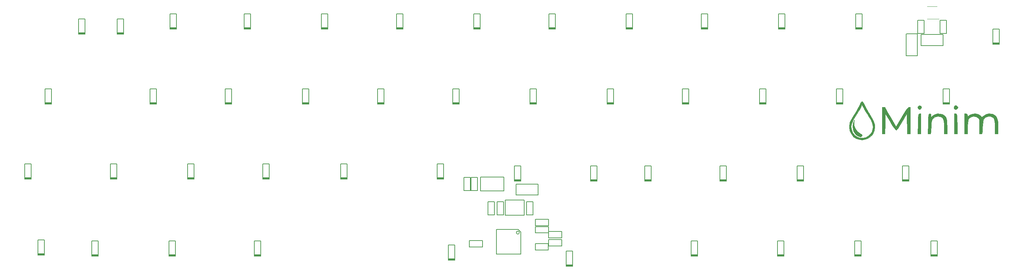
<source format=gto>
G04 #@! TF.GenerationSoftware,KiCad,Pcbnew,(5.1.4-0-10_14)*
G04 #@! TF.CreationDate,2019-09-30T11:55:43+02:00*
G04 #@! TF.ProjectId,minivan-clone,6d696e69-7661-46e2-9d63-6c6f6e652e6b,rev?*
G04 #@! TF.SameCoordinates,Original*
G04 #@! TF.FileFunction,Legend,Top*
G04 #@! TF.FilePolarity,Positive*
%FSLAX46Y46*%
G04 Gerber Fmt 4.6, Leading zero omitted, Abs format (unit mm)*
G04 Created by KiCad (PCBNEW (5.1.4-0-10_14)) date 2019-09-30 11:55:43*
%MOMM*%
%LPD*%
G04 APERTURE LIST*
%ADD10C,0.160000*%
%ADD11C,0.010000*%
%ADD12C,0.200000*%
%ADD13C,0.120000*%
G04 APERTURE END LIST*
D10*
X136106000Y-144394000D02*
X137706000Y-144394000D01*
X136106000Y-144344000D02*
X137706000Y-144344000D01*
X136106000Y-144294000D02*
X137706000Y-144294000D01*
X136106000Y-144244000D02*
X137706000Y-144244000D01*
X136106000Y-141244000D02*
X136106000Y-140744000D01*
X137706000Y-141244000D02*
X137706000Y-140744000D01*
X137706000Y-144544000D02*
X137706000Y-141144000D01*
X136106000Y-140744000D02*
X137706000Y-140744000D01*
X136106000Y-143644000D02*
X136106000Y-144544000D01*
X136106000Y-141244000D02*
X136106000Y-143644000D01*
X136106000Y-144544000D02*
X137706000Y-144544000D01*
X145758000Y-144394000D02*
X147358000Y-144394000D01*
X145758000Y-144344000D02*
X147358000Y-144344000D01*
X145758000Y-144294000D02*
X147358000Y-144294000D01*
X145758000Y-144244000D02*
X147358000Y-144244000D01*
X145758000Y-141244000D02*
X145758000Y-140744000D01*
X147358000Y-141244000D02*
X147358000Y-140744000D01*
X147358000Y-144544000D02*
X147358000Y-141144000D01*
X145758000Y-140744000D02*
X147358000Y-140744000D01*
X145758000Y-143644000D02*
X145758000Y-144544000D01*
X145758000Y-141244000D02*
X145758000Y-143644000D01*
X145758000Y-144544000D02*
X147358000Y-144544000D01*
X158966000Y-143124000D02*
X160566000Y-143124000D01*
X158966000Y-143074000D02*
X160566000Y-143074000D01*
X158966000Y-143024000D02*
X160566000Y-143024000D01*
X158966000Y-142974000D02*
X160566000Y-142974000D01*
X158966000Y-139974000D02*
X158966000Y-139474000D01*
X160566000Y-139974000D02*
X160566000Y-139474000D01*
X160566000Y-143274000D02*
X160566000Y-139874000D01*
X158966000Y-139474000D02*
X160566000Y-139474000D01*
X158966000Y-142374000D02*
X158966000Y-143274000D01*
X158966000Y-139974000D02*
X158966000Y-142374000D01*
X158966000Y-143274000D02*
X160566000Y-143274000D01*
X177508000Y-143124000D02*
X179108000Y-143124000D01*
X177508000Y-143074000D02*
X179108000Y-143074000D01*
X177508000Y-143024000D02*
X179108000Y-143024000D01*
X177508000Y-142974000D02*
X179108000Y-142974000D01*
X177508000Y-139974000D02*
X177508000Y-139474000D01*
X179108000Y-139974000D02*
X179108000Y-139474000D01*
X179108000Y-143274000D02*
X179108000Y-139874000D01*
X177508000Y-139474000D02*
X179108000Y-139474000D01*
X177508000Y-142374000D02*
X177508000Y-143274000D01*
X177508000Y-139974000D02*
X177508000Y-142374000D01*
X177508000Y-143274000D02*
X179108000Y-143274000D01*
X196812000Y-143124000D02*
X198412000Y-143124000D01*
X196812000Y-143074000D02*
X198412000Y-143074000D01*
X196812000Y-143024000D02*
X198412000Y-143024000D01*
X196812000Y-142974000D02*
X198412000Y-142974000D01*
X196812000Y-139974000D02*
X196812000Y-139474000D01*
X198412000Y-139974000D02*
X198412000Y-139474000D01*
X198412000Y-143274000D02*
X198412000Y-139874000D01*
X196812000Y-139474000D02*
X198412000Y-139474000D01*
X196812000Y-142374000D02*
X196812000Y-143274000D01*
X196812000Y-139974000D02*
X196812000Y-142374000D01*
X196812000Y-143274000D02*
X198412000Y-143274000D01*
X215608000Y-143124000D02*
X217208000Y-143124000D01*
X215608000Y-143074000D02*
X217208000Y-143074000D01*
X215608000Y-143024000D02*
X217208000Y-143024000D01*
X215608000Y-142974000D02*
X217208000Y-142974000D01*
X215608000Y-139974000D02*
X215608000Y-139474000D01*
X217208000Y-139974000D02*
X217208000Y-139474000D01*
X217208000Y-143274000D02*
X217208000Y-139874000D01*
X215608000Y-139474000D02*
X217208000Y-139474000D01*
X215608000Y-142374000D02*
X215608000Y-143274000D01*
X215608000Y-139974000D02*
X215608000Y-142374000D01*
X215608000Y-143274000D02*
X217208000Y-143274000D01*
X234912000Y-143124000D02*
X236512000Y-143124000D01*
X234912000Y-143074000D02*
X236512000Y-143074000D01*
X234912000Y-143024000D02*
X236512000Y-143024000D01*
X234912000Y-142974000D02*
X236512000Y-142974000D01*
X234912000Y-139974000D02*
X234912000Y-139474000D01*
X236512000Y-139974000D02*
X236512000Y-139474000D01*
X236512000Y-143274000D02*
X236512000Y-139874000D01*
X234912000Y-139474000D02*
X236512000Y-139474000D01*
X234912000Y-142374000D02*
X234912000Y-143274000D01*
X234912000Y-139974000D02*
X234912000Y-142374000D01*
X234912000Y-143274000D02*
X236512000Y-143274000D01*
X253708000Y-143124000D02*
X255308000Y-143124000D01*
X253708000Y-143074000D02*
X255308000Y-143074000D01*
X253708000Y-143024000D02*
X255308000Y-143024000D01*
X253708000Y-142974000D02*
X255308000Y-142974000D01*
X253708000Y-139974000D02*
X253708000Y-139474000D01*
X255308000Y-139974000D02*
X255308000Y-139474000D01*
X255308000Y-143274000D02*
X255308000Y-139874000D01*
X253708000Y-139474000D02*
X255308000Y-139474000D01*
X253708000Y-142374000D02*
X253708000Y-143274000D01*
X253708000Y-139974000D02*
X253708000Y-142374000D01*
X253708000Y-143274000D02*
X255308000Y-143274000D01*
X273012000Y-143124000D02*
X274612000Y-143124000D01*
X273012000Y-143074000D02*
X274612000Y-143074000D01*
X273012000Y-143024000D02*
X274612000Y-143024000D01*
X273012000Y-142974000D02*
X274612000Y-142974000D01*
X273012000Y-139974000D02*
X273012000Y-139474000D01*
X274612000Y-139974000D02*
X274612000Y-139474000D01*
X274612000Y-143274000D02*
X274612000Y-139874000D01*
X273012000Y-139474000D02*
X274612000Y-139474000D01*
X273012000Y-142374000D02*
X273012000Y-143274000D01*
X273012000Y-139974000D02*
X273012000Y-142374000D01*
X273012000Y-143274000D02*
X274612000Y-143274000D01*
X291808000Y-143124000D02*
X293408000Y-143124000D01*
X291808000Y-143074000D02*
X293408000Y-143074000D01*
X291808000Y-143024000D02*
X293408000Y-143024000D01*
X291808000Y-142974000D02*
X293408000Y-142974000D01*
X291808000Y-139974000D02*
X291808000Y-139474000D01*
X293408000Y-139974000D02*
X293408000Y-139474000D01*
X293408000Y-143274000D02*
X293408000Y-139874000D01*
X291808000Y-139474000D02*
X293408000Y-139474000D01*
X291808000Y-142374000D02*
X291808000Y-143274000D01*
X291808000Y-139974000D02*
X291808000Y-142374000D01*
X291808000Y-143274000D02*
X293408000Y-143274000D01*
X311112000Y-143124000D02*
X312712000Y-143124000D01*
X311112000Y-143074000D02*
X312712000Y-143074000D01*
X311112000Y-143024000D02*
X312712000Y-143024000D01*
X311112000Y-142974000D02*
X312712000Y-142974000D01*
X311112000Y-139974000D02*
X311112000Y-139474000D01*
X312712000Y-139974000D02*
X312712000Y-139474000D01*
X312712000Y-143274000D02*
X312712000Y-139874000D01*
X311112000Y-139474000D02*
X312712000Y-139474000D01*
X311112000Y-142374000D02*
X311112000Y-143274000D01*
X311112000Y-139974000D02*
X311112000Y-142374000D01*
X311112000Y-143274000D02*
X312712000Y-143274000D01*
X330416000Y-143124000D02*
X332016000Y-143124000D01*
X330416000Y-143074000D02*
X332016000Y-143074000D01*
X330416000Y-143024000D02*
X332016000Y-143024000D01*
X330416000Y-142974000D02*
X332016000Y-142974000D01*
X330416000Y-139974000D02*
X330416000Y-139474000D01*
X332016000Y-139974000D02*
X332016000Y-139474000D01*
X332016000Y-143274000D02*
X332016000Y-139874000D01*
X330416000Y-139474000D02*
X332016000Y-139474000D01*
X330416000Y-142374000D02*
X330416000Y-143274000D01*
X330416000Y-139974000D02*
X330416000Y-142374000D01*
X330416000Y-143274000D02*
X332016000Y-143274000D01*
X364706000Y-146934000D02*
X366306000Y-146934000D01*
X364706000Y-146884000D02*
X366306000Y-146884000D01*
X364706000Y-146834000D02*
X366306000Y-146834000D01*
X364706000Y-146784000D02*
X366306000Y-146784000D01*
X364706000Y-143784000D02*
X364706000Y-143284000D01*
X366306000Y-143784000D02*
X366306000Y-143284000D01*
X366306000Y-147084000D02*
X366306000Y-143684000D01*
X364706000Y-143284000D02*
X366306000Y-143284000D01*
X364706000Y-146184000D02*
X364706000Y-147084000D01*
X364706000Y-143784000D02*
X364706000Y-146184000D01*
X364706000Y-147084000D02*
X366306000Y-147084000D01*
X127724000Y-161920000D02*
X129324000Y-161920000D01*
X127724000Y-161870000D02*
X129324000Y-161870000D01*
X127724000Y-161820000D02*
X129324000Y-161820000D01*
X127724000Y-161770000D02*
X129324000Y-161770000D01*
X127724000Y-158770000D02*
X127724000Y-158270000D01*
X129324000Y-158770000D02*
X129324000Y-158270000D01*
X129324000Y-162070000D02*
X129324000Y-158670000D01*
X127724000Y-158270000D02*
X129324000Y-158270000D01*
X127724000Y-161170000D02*
X127724000Y-162070000D01*
X127724000Y-158770000D02*
X127724000Y-161170000D01*
X127724000Y-162070000D02*
X129324000Y-162070000D01*
X154013000Y-161920000D02*
X155613000Y-161920000D01*
X154013000Y-161870000D02*
X155613000Y-161870000D01*
X154013000Y-161820000D02*
X155613000Y-161820000D01*
X154013000Y-161770000D02*
X155613000Y-161770000D01*
X154013000Y-158770000D02*
X154013000Y-158270000D01*
X155613000Y-158770000D02*
X155613000Y-158270000D01*
X155613000Y-162070000D02*
X155613000Y-158670000D01*
X154013000Y-158270000D02*
X155613000Y-158270000D01*
X154013000Y-161170000D02*
X154013000Y-162070000D01*
X154013000Y-158770000D02*
X154013000Y-161170000D01*
X154013000Y-162070000D02*
X155613000Y-162070000D01*
X172809000Y-161920000D02*
X174409000Y-161920000D01*
X172809000Y-161870000D02*
X174409000Y-161870000D01*
X172809000Y-161820000D02*
X174409000Y-161820000D01*
X172809000Y-161770000D02*
X174409000Y-161770000D01*
X172809000Y-158770000D02*
X172809000Y-158270000D01*
X174409000Y-158770000D02*
X174409000Y-158270000D01*
X174409000Y-162070000D02*
X174409000Y-158670000D01*
X172809000Y-158270000D02*
X174409000Y-158270000D01*
X172809000Y-161170000D02*
X172809000Y-162070000D01*
X172809000Y-158770000D02*
X172809000Y-161170000D01*
X172809000Y-162070000D02*
X174409000Y-162070000D01*
X192113000Y-161920000D02*
X193713000Y-161920000D01*
X192113000Y-161870000D02*
X193713000Y-161870000D01*
X192113000Y-161820000D02*
X193713000Y-161820000D01*
X192113000Y-161770000D02*
X193713000Y-161770000D01*
X192113000Y-158770000D02*
X192113000Y-158270000D01*
X193713000Y-158770000D02*
X193713000Y-158270000D01*
X193713000Y-162070000D02*
X193713000Y-158670000D01*
X192113000Y-158270000D02*
X193713000Y-158270000D01*
X192113000Y-161170000D02*
X192113000Y-162070000D01*
X192113000Y-158770000D02*
X192113000Y-161170000D01*
X192113000Y-162070000D02*
X193713000Y-162070000D01*
X210909000Y-161920000D02*
X212509000Y-161920000D01*
X210909000Y-161870000D02*
X212509000Y-161870000D01*
X210909000Y-161820000D02*
X212509000Y-161820000D01*
X210909000Y-161770000D02*
X212509000Y-161770000D01*
X210909000Y-158770000D02*
X210909000Y-158270000D01*
X212509000Y-158770000D02*
X212509000Y-158270000D01*
X212509000Y-162070000D02*
X212509000Y-158670000D01*
X210909000Y-158270000D02*
X212509000Y-158270000D01*
X210909000Y-161170000D02*
X210909000Y-162070000D01*
X210909000Y-158770000D02*
X210909000Y-161170000D01*
X210909000Y-162070000D02*
X212509000Y-162070000D01*
X229705000Y-161920000D02*
X231305000Y-161920000D01*
X229705000Y-161870000D02*
X231305000Y-161870000D01*
X229705000Y-161820000D02*
X231305000Y-161820000D01*
X229705000Y-161770000D02*
X231305000Y-161770000D01*
X229705000Y-158770000D02*
X229705000Y-158270000D01*
X231305000Y-158770000D02*
X231305000Y-158270000D01*
X231305000Y-162070000D02*
X231305000Y-158670000D01*
X229705000Y-158270000D02*
X231305000Y-158270000D01*
X229705000Y-161170000D02*
X229705000Y-162070000D01*
X229705000Y-158770000D02*
X229705000Y-161170000D01*
X229705000Y-162070000D02*
X231305000Y-162070000D01*
X249009000Y-161920000D02*
X250609000Y-161920000D01*
X249009000Y-161870000D02*
X250609000Y-161870000D01*
X249009000Y-161820000D02*
X250609000Y-161820000D01*
X249009000Y-161770000D02*
X250609000Y-161770000D01*
X249009000Y-158770000D02*
X249009000Y-158270000D01*
X250609000Y-158770000D02*
X250609000Y-158270000D01*
X250609000Y-162070000D02*
X250609000Y-158670000D01*
X249009000Y-158270000D02*
X250609000Y-158270000D01*
X249009000Y-161170000D02*
X249009000Y-162070000D01*
X249009000Y-158770000D02*
X249009000Y-161170000D01*
X249009000Y-162070000D02*
X250609000Y-162070000D01*
X268313000Y-161920000D02*
X269913000Y-161920000D01*
X268313000Y-161870000D02*
X269913000Y-161870000D01*
X268313000Y-161820000D02*
X269913000Y-161820000D01*
X268313000Y-161770000D02*
X269913000Y-161770000D01*
X268313000Y-158770000D02*
X268313000Y-158270000D01*
X269913000Y-158770000D02*
X269913000Y-158270000D01*
X269913000Y-162070000D02*
X269913000Y-158670000D01*
X268313000Y-158270000D02*
X269913000Y-158270000D01*
X268313000Y-161170000D02*
X268313000Y-162070000D01*
X268313000Y-158770000D02*
X268313000Y-161170000D01*
X268313000Y-162070000D02*
X269913000Y-162070000D01*
X287109000Y-161920000D02*
X288709000Y-161920000D01*
X287109000Y-161870000D02*
X288709000Y-161870000D01*
X287109000Y-161820000D02*
X288709000Y-161820000D01*
X287109000Y-161770000D02*
X288709000Y-161770000D01*
X287109000Y-158770000D02*
X287109000Y-158270000D01*
X288709000Y-158770000D02*
X288709000Y-158270000D01*
X288709000Y-162070000D02*
X288709000Y-158670000D01*
X287109000Y-158270000D02*
X288709000Y-158270000D01*
X287109000Y-161170000D02*
X287109000Y-162070000D01*
X287109000Y-158770000D02*
X287109000Y-161170000D01*
X287109000Y-162070000D02*
X288709000Y-162070000D01*
X306413000Y-161920000D02*
X308013000Y-161920000D01*
X306413000Y-161870000D02*
X308013000Y-161870000D01*
X306413000Y-161820000D02*
X308013000Y-161820000D01*
X306413000Y-161770000D02*
X308013000Y-161770000D01*
X306413000Y-158770000D02*
X306413000Y-158270000D01*
X308013000Y-158770000D02*
X308013000Y-158270000D01*
X308013000Y-162070000D02*
X308013000Y-158670000D01*
X306413000Y-158270000D02*
X308013000Y-158270000D01*
X306413000Y-161170000D02*
X306413000Y-162070000D01*
X306413000Y-158770000D02*
X306413000Y-161170000D01*
X306413000Y-162070000D02*
X308013000Y-162070000D01*
X325590000Y-161920000D02*
X327190000Y-161920000D01*
X325590000Y-161870000D02*
X327190000Y-161870000D01*
X325590000Y-161820000D02*
X327190000Y-161820000D01*
X325590000Y-161770000D02*
X327190000Y-161770000D01*
X325590000Y-158770000D02*
X325590000Y-158270000D01*
X327190000Y-158770000D02*
X327190000Y-158270000D01*
X327190000Y-162070000D02*
X327190000Y-158670000D01*
X325590000Y-158270000D02*
X327190000Y-158270000D01*
X325590000Y-161170000D02*
X325590000Y-162070000D01*
X325590000Y-158770000D02*
X325590000Y-161170000D01*
X325590000Y-162070000D02*
X327190000Y-162070000D01*
X352260000Y-161920000D02*
X353860000Y-161920000D01*
X352260000Y-161870000D02*
X353860000Y-161870000D01*
X352260000Y-161820000D02*
X353860000Y-161820000D01*
X352260000Y-161770000D02*
X353860000Y-161770000D01*
X352260000Y-158770000D02*
X352260000Y-158270000D01*
X353860000Y-158770000D02*
X353860000Y-158270000D01*
X353860000Y-162070000D02*
X353860000Y-158670000D01*
X352260000Y-158270000D02*
X353860000Y-158270000D01*
X352260000Y-161170000D02*
X352260000Y-162070000D01*
X352260000Y-158770000D02*
X352260000Y-161170000D01*
X352260000Y-162070000D02*
X353860000Y-162070000D01*
X122644000Y-180716000D02*
X124244000Y-180716000D01*
X122644000Y-180666000D02*
X124244000Y-180666000D01*
X122644000Y-180616000D02*
X124244000Y-180616000D01*
X122644000Y-180566000D02*
X124244000Y-180566000D01*
X122644000Y-177566000D02*
X122644000Y-177066000D01*
X124244000Y-177566000D02*
X124244000Y-177066000D01*
X124244000Y-180866000D02*
X124244000Y-177466000D01*
X122644000Y-177066000D02*
X124244000Y-177066000D01*
X122644000Y-179966000D02*
X122644000Y-180866000D01*
X122644000Y-177566000D02*
X122644000Y-179966000D01*
X122644000Y-180866000D02*
X124244000Y-180866000D01*
X144107000Y-180716000D02*
X145707000Y-180716000D01*
X144107000Y-180666000D02*
X145707000Y-180666000D01*
X144107000Y-180616000D02*
X145707000Y-180616000D01*
X144107000Y-180566000D02*
X145707000Y-180566000D01*
X144107000Y-177566000D02*
X144107000Y-177066000D01*
X145707000Y-177566000D02*
X145707000Y-177066000D01*
X145707000Y-180866000D02*
X145707000Y-177466000D01*
X144107000Y-177066000D02*
X145707000Y-177066000D01*
X144107000Y-179966000D02*
X144107000Y-180866000D01*
X144107000Y-177566000D02*
X144107000Y-179966000D01*
X144107000Y-180866000D02*
X145707000Y-180866000D01*
X163411000Y-180716000D02*
X165011000Y-180716000D01*
X163411000Y-180666000D02*
X165011000Y-180666000D01*
X163411000Y-180616000D02*
X165011000Y-180616000D01*
X163411000Y-180566000D02*
X165011000Y-180566000D01*
X163411000Y-177566000D02*
X163411000Y-177066000D01*
X165011000Y-177566000D02*
X165011000Y-177066000D01*
X165011000Y-180866000D02*
X165011000Y-177466000D01*
X163411000Y-177066000D02*
X165011000Y-177066000D01*
X163411000Y-179966000D02*
X163411000Y-180866000D01*
X163411000Y-177566000D02*
X163411000Y-179966000D01*
X163411000Y-180866000D02*
X165011000Y-180866000D01*
X182207000Y-180716000D02*
X183807000Y-180716000D01*
X182207000Y-180666000D02*
X183807000Y-180666000D01*
X182207000Y-180616000D02*
X183807000Y-180616000D01*
X182207000Y-180566000D02*
X183807000Y-180566000D01*
X182207000Y-177566000D02*
X182207000Y-177066000D01*
X183807000Y-177566000D02*
X183807000Y-177066000D01*
X183807000Y-180866000D02*
X183807000Y-177466000D01*
X182207000Y-177066000D02*
X183807000Y-177066000D01*
X182207000Y-179966000D02*
X182207000Y-180866000D01*
X182207000Y-177566000D02*
X182207000Y-179966000D01*
X182207000Y-180866000D02*
X183807000Y-180866000D01*
X201638000Y-180716000D02*
X203238000Y-180716000D01*
X201638000Y-180666000D02*
X203238000Y-180666000D01*
X201638000Y-180616000D02*
X203238000Y-180616000D01*
X201638000Y-180566000D02*
X203238000Y-180566000D01*
X201638000Y-177566000D02*
X201638000Y-177066000D01*
X203238000Y-177566000D02*
X203238000Y-177066000D01*
X203238000Y-180866000D02*
X203238000Y-177466000D01*
X201638000Y-177066000D02*
X203238000Y-177066000D01*
X201638000Y-179966000D02*
X201638000Y-180866000D01*
X201638000Y-177566000D02*
X201638000Y-179966000D01*
X201638000Y-180866000D02*
X203238000Y-180866000D01*
X225768000Y-180716000D02*
X227368000Y-180716000D01*
X225768000Y-180666000D02*
X227368000Y-180666000D01*
X225768000Y-180616000D02*
X227368000Y-180616000D01*
X225768000Y-180566000D02*
X227368000Y-180566000D01*
X225768000Y-177566000D02*
X225768000Y-177066000D01*
X227368000Y-177566000D02*
X227368000Y-177066000D01*
X227368000Y-180866000D02*
X227368000Y-177466000D01*
X225768000Y-177066000D02*
X227368000Y-177066000D01*
X225768000Y-179966000D02*
X225768000Y-180866000D01*
X225768000Y-177566000D02*
X225768000Y-179966000D01*
X225768000Y-180866000D02*
X227368000Y-180866000D01*
X245072000Y-181224000D02*
X246672000Y-181224000D01*
X245072000Y-181174000D02*
X246672000Y-181174000D01*
X245072000Y-181124000D02*
X246672000Y-181124000D01*
X245072000Y-181074000D02*
X246672000Y-181074000D01*
X245072000Y-178074000D02*
X245072000Y-177574000D01*
X246672000Y-178074000D02*
X246672000Y-177574000D01*
X246672000Y-181374000D02*
X246672000Y-177974000D01*
X245072000Y-177574000D02*
X246672000Y-177574000D01*
X245072000Y-180474000D02*
X245072000Y-181374000D01*
X245072000Y-178074000D02*
X245072000Y-180474000D01*
X245072000Y-181374000D02*
X246672000Y-181374000D01*
X264122000Y-181224000D02*
X265722000Y-181224000D01*
X264122000Y-181174000D02*
X265722000Y-181174000D01*
X264122000Y-181124000D02*
X265722000Y-181124000D01*
X264122000Y-181074000D02*
X265722000Y-181074000D01*
X264122000Y-178074000D02*
X264122000Y-177574000D01*
X265722000Y-178074000D02*
X265722000Y-177574000D01*
X265722000Y-181374000D02*
X265722000Y-177974000D01*
X264122000Y-177574000D02*
X265722000Y-177574000D01*
X264122000Y-180474000D02*
X264122000Y-181374000D01*
X264122000Y-178074000D02*
X264122000Y-180474000D01*
X264122000Y-181374000D02*
X265722000Y-181374000D01*
X277711000Y-181224000D02*
X279311000Y-181224000D01*
X277711000Y-181174000D02*
X279311000Y-181174000D01*
X277711000Y-181124000D02*
X279311000Y-181124000D01*
X277711000Y-181074000D02*
X279311000Y-181074000D01*
X277711000Y-178074000D02*
X277711000Y-177574000D01*
X279311000Y-178074000D02*
X279311000Y-177574000D01*
X279311000Y-181374000D02*
X279311000Y-177974000D01*
X277711000Y-177574000D02*
X279311000Y-177574000D01*
X277711000Y-180474000D02*
X277711000Y-181374000D01*
X277711000Y-178074000D02*
X277711000Y-180474000D01*
X277711000Y-181374000D02*
X279311000Y-181374000D01*
X296507000Y-181224000D02*
X298107000Y-181224000D01*
X296507000Y-181174000D02*
X298107000Y-181174000D01*
X296507000Y-181124000D02*
X298107000Y-181124000D01*
X296507000Y-181074000D02*
X298107000Y-181074000D01*
X296507000Y-178074000D02*
X296507000Y-177574000D01*
X298107000Y-178074000D02*
X298107000Y-177574000D01*
X298107000Y-181374000D02*
X298107000Y-177974000D01*
X296507000Y-177574000D02*
X298107000Y-177574000D01*
X296507000Y-180474000D02*
X296507000Y-181374000D01*
X296507000Y-178074000D02*
X296507000Y-180474000D01*
X296507000Y-181374000D02*
X298107000Y-181374000D01*
X315811000Y-181224000D02*
X317411000Y-181224000D01*
X315811000Y-181174000D02*
X317411000Y-181174000D01*
X315811000Y-181124000D02*
X317411000Y-181124000D01*
X315811000Y-181074000D02*
X317411000Y-181074000D01*
X315811000Y-178074000D02*
X315811000Y-177574000D01*
X317411000Y-178074000D02*
X317411000Y-177574000D01*
X317411000Y-181374000D02*
X317411000Y-177974000D01*
X315811000Y-177574000D02*
X317411000Y-177574000D01*
X315811000Y-180474000D02*
X315811000Y-181374000D01*
X315811000Y-178074000D02*
X315811000Y-180474000D01*
X315811000Y-181374000D02*
X317411000Y-181374000D01*
X342100000Y-181224000D02*
X343700000Y-181224000D01*
X342100000Y-181174000D02*
X343700000Y-181174000D01*
X342100000Y-181124000D02*
X343700000Y-181124000D01*
X342100000Y-181074000D02*
X343700000Y-181074000D01*
X342100000Y-178074000D02*
X342100000Y-177574000D01*
X343700000Y-178074000D02*
X343700000Y-177574000D01*
X343700000Y-181374000D02*
X343700000Y-177974000D01*
X342100000Y-177574000D02*
X343700000Y-177574000D01*
X342100000Y-180474000D02*
X342100000Y-181374000D01*
X342100000Y-178074000D02*
X342100000Y-180474000D01*
X342100000Y-181374000D02*
X343700000Y-181374000D01*
X125946000Y-199766000D02*
X127546000Y-199766000D01*
X125946000Y-199716000D02*
X127546000Y-199716000D01*
X125946000Y-199666000D02*
X127546000Y-199666000D01*
X125946000Y-199616000D02*
X127546000Y-199616000D01*
X125946000Y-196616000D02*
X125946000Y-196116000D01*
X127546000Y-196616000D02*
X127546000Y-196116000D01*
X127546000Y-199916000D02*
X127546000Y-196516000D01*
X125946000Y-196116000D02*
X127546000Y-196116000D01*
X125946000Y-199016000D02*
X125946000Y-199916000D01*
X125946000Y-196616000D02*
X125946000Y-199016000D01*
X125946000Y-199916000D02*
X127546000Y-199916000D01*
X139408000Y-200020000D02*
X141008000Y-200020000D01*
X139408000Y-199970000D02*
X141008000Y-199970000D01*
X139408000Y-199920000D02*
X141008000Y-199920000D01*
X139408000Y-199870000D02*
X141008000Y-199870000D01*
X139408000Y-196870000D02*
X139408000Y-196370000D01*
X141008000Y-196870000D02*
X141008000Y-196370000D01*
X141008000Y-200170000D02*
X141008000Y-196770000D01*
X139408000Y-196370000D02*
X141008000Y-196370000D01*
X139408000Y-199270000D02*
X139408000Y-200170000D01*
X139408000Y-196870000D02*
X139408000Y-199270000D01*
X139408000Y-200170000D02*
X141008000Y-200170000D01*
X158712000Y-200020000D02*
X160312000Y-200020000D01*
X158712000Y-199970000D02*
X160312000Y-199970000D01*
X158712000Y-199920000D02*
X160312000Y-199920000D01*
X158712000Y-199870000D02*
X160312000Y-199870000D01*
X158712000Y-196870000D02*
X158712000Y-196370000D01*
X160312000Y-196870000D02*
X160312000Y-196370000D01*
X160312000Y-200170000D02*
X160312000Y-196770000D01*
X158712000Y-196370000D02*
X160312000Y-196370000D01*
X158712000Y-199270000D02*
X158712000Y-200170000D01*
X158712000Y-196870000D02*
X158712000Y-199270000D01*
X158712000Y-200170000D02*
X160312000Y-200170000D01*
X180048000Y-200020000D02*
X181648000Y-200020000D01*
X180048000Y-199970000D02*
X181648000Y-199970000D01*
X180048000Y-199920000D02*
X181648000Y-199920000D01*
X180048000Y-199870000D02*
X181648000Y-199870000D01*
X180048000Y-196870000D02*
X180048000Y-196370000D01*
X181648000Y-196870000D02*
X181648000Y-196370000D01*
X181648000Y-200170000D02*
X181648000Y-196770000D01*
X180048000Y-196370000D02*
X181648000Y-196370000D01*
X180048000Y-199270000D02*
X180048000Y-200170000D01*
X180048000Y-196870000D02*
X180048000Y-199270000D01*
X180048000Y-200170000D02*
X181648000Y-200170000D01*
X228562000Y-201036000D02*
X230162000Y-201036000D01*
X228562000Y-200986000D02*
X230162000Y-200986000D01*
X228562000Y-200936000D02*
X230162000Y-200936000D01*
X228562000Y-200886000D02*
X230162000Y-200886000D01*
X228562000Y-197886000D02*
X228562000Y-197386000D01*
X230162000Y-197886000D02*
X230162000Y-197386000D01*
X230162000Y-201186000D02*
X230162000Y-197786000D01*
X228562000Y-197386000D02*
X230162000Y-197386000D01*
X228562000Y-200286000D02*
X228562000Y-201186000D01*
X228562000Y-197886000D02*
X228562000Y-200286000D01*
X228562000Y-201186000D02*
X230162000Y-201186000D01*
X258026000Y-202560000D02*
X259626000Y-202560000D01*
X258026000Y-202510000D02*
X259626000Y-202510000D01*
X258026000Y-202460000D02*
X259626000Y-202460000D01*
X258026000Y-202410000D02*
X259626000Y-202410000D01*
X258026000Y-199410000D02*
X258026000Y-198910000D01*
X259626000Y-199410000D02*
X259626000Y-198910000D01*
X259626000Y-202710000D02*
X259626000Y-199310000D01*
X258026000Y-198910000D02*
X259626000Y-198910000D01*
X258026000Y-201810000D02*
X258026000Y-202710000D01*
X258026000Y-199410000D02*
X258026000Y-201810000D01*
X258026000Y-202710000D02*
X259626000Y-202710000D01*
X289268000Y-200020000D02*
X290868000Y-200020000D01*
X289268000Y-199970000D02*
X290868000Y-199970000D01*
X289268000Y-199920000D02*
X290868000Y-199920000D01*
X289268000Y-199870000D02*
X290868000Y-199870000D01*
X289268000Y-196870000D02*
X289268000Y-196370000D01*
X290868000Y-196870000D02*
X290868000Y-196370000D01*
X290868000Y-200170000D02*
X290868000Y-196770000D01*
X289268000Y-196370000D02*
X290868000Y-196370000D01*
X289268000Y-199270000D02*
X289268000Y-200170000D01*
X289268000Y-196870000D02*
X289268000Y-199270000D01*
X289268000Y-200170000D02*
X290868000Y-200170000D01*
X310858000Y-200020000D02*
X312458000Y-200020000D01*
X310858000Y-199970000D02*
X312458000Y-199970000D01*
X310858000Y-199920000D02*
X312458000Y-199920000D01*
X310858000Y-199870000D02*
X312458000Y-199870000D01*
X310858000Y-196870000D02*
X310858000Y-196370000D01*
X312458000Y-196870000D02*
X312458000Y-196370000D01*
X312458000Y-200170000D02*
X312458000Y-196770000D01*
X310858000Y-196370000D02*
X312458000Y-196370000D01*
X310858000Y-199270000D02*
X310858000Y-200170000D01*
X310858000Y-196870000D02*
X310858000Y-199270000D01*
X310858000Y-200170000D02*
X312458000Y-200170000D01*
X330162000Y-200020000D02*
X331762000Y-200020000D01*
X330162000Y-199970000D02*
X331762000Y-199970000D01*
X330162000Y-199920000D02*
X331762000Y-199920000D01*
X330162000Y-199870000D02*
X331762000Y-199870000D01*
X330162000Y-196870000D02*
X330162000Y-196370000D01*
X331762000Y-196870000D02*
X331762000Y-196370000D01*
X331762000Y-200170000D02*
X331762000Y-196770000D01*
X330162000Y-196370000D02*
X331762000Y-196370000D01*
X330162000Y-199270000D02*
X330162000Y-200170000D01*
X330162000Y-196870000D02*
X330162000Y-199270000D01*
X330162000Y-200170000D02*
X331762000Y-200170000D01*
X349212000Y-200020000D02*
X350812000Y-200020000D01*
X349212000Y-199970000D02*
X350812000Y-199970000D01*
X349212000Y-199920000D02*
X350812000Y-199920000D01*
X349212000Y-199870000D02*
X350812000Y-199870000D01*
X349212000Y-196870000D02*
X349212000Y-196370000D01*
X350812000Y-196870000D02*
X350812000Y-196370000D01*
X350812000Y-200170000D02*
X350812000Y-196770000D01*
X349212000Y-196370000D02*
X350812000Y-196370000D01*
X349212000Y-199270000D02*
X349212000Y-200170000D01*
X349212000Y-196870000D02*
X349212000Y-199270000D01*
X349212000Y-200170000D02*
X350812000Y-200170000D01*
D11*
G36*
X330028309Y-166569633D02*
G01*
X330037870Y-167436690D01*
X330314043Y-168245268D01*
X330824644Y-168932868D01*
X331493566Y-169415082D01*
X331915419Y-169694150D01*
X332041313Y-169950571D01*
X332038459Y-169971207D01*
X331867949Y-170196963D01*
X331524428Y-170259386D01*
X331085078Y-170158535D01*
X330730795Y-169970169D01*
X330324055Y-169601206D01*
X329975914Y-169136855D01*
X329931959Y-169057403D01*
X329724212Y-168432247D01*
X329648712Y-167700014D01*
X329707975Y-166988350D01*
X329880862Y-166466734D01*
X330109464Y-166041294D01*
X330028309Y-166569633D01*
X330028309Y-166569633D01*
G37*
X330028309Y-166569633D02*
X330037870Y-167436690D01*
X330314043Y-168245268D01*
X330824644Y-168932868D01*
X331493566Y-169415082D01*
X331915419Y-169694150D01*
X332041313Y-169950571D01*
X332038459Y-169971207D01*
X331867949Y-170196963D01*
X331524428Y-170259386D01*
X331085078Y-170158535D01*
X330730795Y-169970169D01*
X330324055Y-169601206D01*
X329975914Y-169136855D01*
X329931959Y-169057403D01*
X329724212Y-168432247D01*
X329648712Y-167700014D01*
X329707975Y-166988350D01*
X329880862Y-166466734D01*
X330109464Y-166041294D01*
X330028309Y-166569633D01*
G36*
X355537697Y-162467637D02*
G01*
X355755453Y-162594059D01*
X355953273Y-162810531D01*
X355902998Y-163048575D01*
X355883564Y-163081661D01*
X355621681Y-163323902D01*
X355303301Y-163399885D01*
X355043057Y-163295563D01*
X354977906Y-163192642D01*
X354975608Y-162850304D01*
X355151410Y-162534943D01*
X355317893Y-162424938D01*
X355537697Y-162467637D01*
X355537697Y-162467637D01*
G37*
X355537697Y-162467637D02*
X355755453Y-162594059D01*
X355953273Y-162810531D01*
X355902998Y-163048575D01*
X355883564Y-163081661D01*
X355621681Y-163323902D01*
X355303301Y-163399885D01*
X355043057Y-163295563D01*
X354977906Y-163192642D01*
X354975608Y-162850304D01*
X355151410Y-162534943D01*
X355317893Y-162424938D01*
X355537697Y-162467637D01*
G36*
X346532417Y-162473871D02*
G01*
X346661442Y-162551819D01*
X346817123Y-162833049D01*
X346829269Y-163039985D01*
X346669688Y-163304304D01*
X346372179Y-163401754D01*
X346063580Y-163304007D01*
X345984642Y-163228619D01*
X345876128Y-162923112D01*
X345983458Y-162643280D01*
X346228323Y-162467431D01*
X346532417Y-162473871D01*
X346532417Y-162473871D01*
G37*
X346532417Y-162473871D02*
X346661442Y-162551819D01*
X346817123Y-162833049D01*
X346829269Y-163039985D01*
X346669688Y-163304304D01*
X346372179Y-163401754D01*
X346063580Y-163304007D01*
X345984642Y-163228619D01*
X345876128Y-162923112D01*
X345983458Y-162643280D01*
X346228323Y-162467431D01*
X346532417Y-162473871D01*
G36*
X357953235Y-164499432D02*
G01*
X358255267Y-164668747D01*
X358335766Y-164872742D01*
X358382120Y-165198307D01*
X358916910Y-164835389D01*
X359599803Y-164533146D01*
X360332875Y-164476906D01*
X361033873Y-164659025D01*
X361620544Y-165071862D01*
X361635771Y-165088003D01*
X361947885Y-165423018D01*
X362285119Y-165115827D01*
X362975855Y-164663584D01*
X363736616Y-164467561D01*
X364502864Y-164535685D01*
X365059285Y-164775125D01*
X365421707Y-165055909D01*
X365680212Y-165419926D01*
X365849809Y-165916742D01*
X365945508Y-166595923D01*
X365982315Y-167507035D01*
X365984118Y-167829437D01*
X365984118Y-169552471D01*
X365237059Y-169552471D01*
X365237059Y-167918668D01*
X365222977Y-167019898D01*
X365170201Y-166367592D01*
X365062937Y-165910272D01*
X364885389Y-165596458D01*
X364621764Y-165374670D01*
X364423869Y-165268235D01*
X364008857Y-165114421D01*
X363630113Y-165116312D01*
X363316378Y-165195384D01*
X362881125Y-165369348D01*
X362568211Y-165621638D01*
X362356158Y-166000479D01*
X362223487Y-166554099D01*
X362148719Y-167330724D01*
X362124454Y-167871589D01*
X362097388Y-168598697D01*
X362066902Y-169078510D01*
X362020320Y-169362411D01*
X361944963Y-169501783D01*
X361828155Y-169548013D01*
X361709757Y-169552471D01*
X361352353Y-169552471D01*
X361352353Y-167710868D01*
X361348825Y-166934389D01*
X361332062Y-166398298D01*
X361292799Y-166044190D01*
X361221768Y-165813657D01*
X361109703Y-165648290D01*
X361008994Y-165546697D01*
X360448257Y-165204078D01*
X359821446Y-165145746D01*
X359262667Y-165325727D01*
X358901451Y-165552739D01*
X358650269Y-165836709D01*
X358490331Y-166232578D01*
X358402842Y-166795285D01*
X358369013Y-167579769D01*
X358366320Y-167946294D01*
X358364118Y-169552471D01*
X357617059Y-169552471D01*
X357617059Y-164451687D01*
X357953235Y-164499432D01*
X357953235Y-164499432D01*
G37*
X357953235Y-164499432D02*
X358255267Y-164668747D01*
X358335766Y-164872742D01*
X358382120Y-165198307D01*
X358916910Y-164835389D01*
X359599803Y-164533146D01*
X360332875Y-164476906D01*
X361033873Y-164659025D01*
X361620544Y-165071862D01*
X361635771Y-165088003D01*
X361947885Y-165423018D01*
X362285119Y-165115827D01*
X362975855Y-164663584D01*
X363736616Y-164467561D01*
X364502864Y-164535685D01*
X365059285Y-164775125D01*
X365421707Y-165055909D01*
X365680212Y-165419926D01*
X365849809Y-165916742D01*
X365945508Y-166595923D01*
X365982315Y-167507035D01*
X365984118Y-167829437D01*
X365984118Y-169552471D01*
X365237059Y-169552471D01*
X365237059Y-167918668D01*
X365222977Y-167019898D01*
X365170201Y-166367592D01*
X365062937Y-165910272D01*
X364885389Y-165596458D01*
X364621764Y-165374670D01*
X364423869Y-165268235D01*
X364008857Y-165114421D01*
X363630113Y-165116312D01*
X363316378Y-165195384D01*
X362881125Y-165369348D01*
X362568211Y-165621638D01*
X362356158Y-166000479D01*
X362223487Y-166554099D01*
X362148719Y-167330724D01*
X362124454Y-167871589D01*
X362097388Y-168598697D01*
X362066902Y-169078510D01*
X362020320Y-169362411D01*
X361944963Y-169501783D01*
X361828155Y-169548013D01*
X361709757Y-169552471D01*
X361352353Y-169552471D01*
X361352353Y-167710868D01*
X361348825Y-166934389D01*
X361332062Y-166398298D01*
X361292799Y-166044190D01*
X361221768Y-165813657D01*
X361109703Y-165648290D01*
X361008994Y-165546697D01*
X360448257Y-165204078D01*
X359821446Y-165145746D01*
X359262667Y-165325727D01*
X358901451Y-165552739D01*
X358650269Y-165836709D01*
X358490331Y-166232578D01*
X358402842Y-166795285D01*
X358369013Y-167579769D01*
X358366320Y-167946294D01*
X358364118Y-169552471D01*
X357617059Y-169552471D01*
X357617059Y-164451687D01*
X357953235Y-164499432D01*
G36*
X355413235Y-164499432D02*
G01*
X355536555Y-164526114D01*
X355626150Y-164594380D01*
X355688373Y-164747185D01*
X355729577Y-165027487D01*
X355756113Y-165478242D01*
X355774334Y-166142408D01*
X355790377Y-167049824D01*
X355831343Y-169552471D01*
X355077059Y-169552471D01*
X355077059Y-164451687D01*
X355413235Y-164499432D01*
X355413235Y-164499432D01*
G37*
X355413235Y-164499432D02*
X355536555Y-164526114D01*
X355626150Y-164594380D01*
X355688373Y-164747185D01*
X355729577Y-165027487D01*
X355756113Y-165478242D01*
X355774334Y-166142408D01*
X355790377Y-167049824D01*
X355831343Y-169552471D01*
X355077059Y-169552471D01*
X355077059Y-164451687D01*
X355413235Y-164499432D01*
G36*
X351549744Y-164508129D02*
G01*
X352224634Y-164722705D01*
X352770742Y-165127409D01*
X352915479Y-165311204D01*
X353042183Y-165546860D01*
X353131616Y-165852503D01*
X353192506Y-166287332D01*
X353233577Y-166910542D01*
X353259848Y-167647471D01*
X353314127Y-169552471D01*
X352537059Y-169552471D01*
X352537059Y-167901522D01*
X352515722Y-166967933D01*
X352441181Y-166284967D01*
X352297639Y-165806774D01*
X352069297Y-165487502D01*
X351740360Y-165281303D01*
X351618007Y-165234046D01*
X350912056Y-165134599D01*
X350245300Y-165319271D01*
X349751026Y-165690640D01*
X349567022Y-165897400D01*
X349443197Y-166104093D01*
X349365054Y-166375862D01*
X349318097Y-166777846D01*
X349287831Y-167375190D01*
X349272008Y-167843232D01*
X349246595Y-168577524D01*
X349217662Y-169064092D01*
X349172827Y-169353904D01*
X349099706Y-169497927D01*
X348985917Y-169547129D01*
X348856732Y-169552471D01*
X348495716Y-169552471D01*
X348536681Y-167049824D01*
X348552925Y-166132723D01*
X348571210Y-165471457D01*
X348597888Y-165023071D01*
X348639313Y-164744607D01*
X348701836Y-164593109D01*
X348791809Y-164525619D01*
X348913824Y-164499432D01*
X349150648Y-164511228D01*
X349240158Y-164693488D01*
X349250000Y-164910314D01*
X349250000Y-165368942D01*
X349554790Y-165064151D01*
X350134583Y-164672953D01*
X350826314Y-164489578D01*
X351549744Y-164508129D01*
X351549744Y-164508129D01*
G37*
X351549744Y-164508129D02*
X352224634Y-164722705D01*
X352770742Y-165127409D01*
X352915479Y-165311204D01*
X353042183Y-165546860D01*
X353131616Y-165852503D01*
X353192506Y-166287332D01*
X353233577Y-166910542D01*
X353259848Y-167647471D01*
X353314127Y-169552471D01*
X352537059Y-169552471D01*
X352537059Y-167901522D01*
X352515722Y-166967933D01*
X352441181Y-166284967D01*
X352297639Y-165806774D01*
X352069297Y-165487502D01*
X351740360Y-165281303D01*
X351618007Y-165234046D01*
X350912056Y-165134599D01*
X350245300Y-165319271D01*
X349751026Y-165690640D01*
X349567022Y-165897400D01*
X349443197Y-166104093D01*
X349365054Y-166375862D01*
X349318097Y-166777846D01*
X349287831Y-167375190D01*
X349272008Y-167843232D01*
X349246595Y-168577524D01*
X349217662Y-169064092D01*
X349172827Y-169353904D01*
X349099706Y-169497927D01*
X348985917Y-169547129D01*
X348856732Y-169552471D01*
X348495716Y-169552471D01*
X348536681Y-167049824D01*
X348552925Y-166132723D01*
X348571210Y-165471457D01*
X348597888Y-165023071D01*
X348639313Y-164744607D01*
X348701836Y-164593109D01*
X348791809Y-164525619D01*
X348913824Y-164499432D01*
X349150648Y-164511228D01*
X349240158Y-164693488D01*
X349250000Y-164910314D01*
X349250000Y-165368942D01*
X349554790Y-165064151D01*
X350134583Y-164672953D01*
X350826314Y-164489578D01*
X351549744Y-164508129D01*
G36*
X346710000Y-169552471D02*
G01*
X345955716Y-169552471D01*
X345996681Y-167049824D01*
X346012925Y-166132723D01*
X346031210Y-165471457D01*
X346057888Y-165023071D01*
X346099313Y-164744607D01*
X346161836Y-164593109D01*
X346251809Y-164525619D01*
X346373824Y-164499432D01*
X346710000Y-164451687D01*
X346710000Y-169552471D01*
X346710000Y-169552471D01*
G37*
X346710000Y-169552471D02*
X345955716Y-169552471D01*
X345996681Y-167049824D01*
X346012925Y-166132723D01*
X346031210Y-165471457D01*
X346057888Y-165023071D01*
X346099313Y-164744607D01*
X346161836Y-164593109D01*
X346251809Y-164525619D01*
X346373824Y-164499432D01*
X346710000Y-164451687D01*
X346710000Y-169552471D01*
G36*
X344020588Y-169552471D02*
G01*
X343280586Y-169552471D01*
X343198824Y-164449283D01*
X341994148Y-166515289D01*
X341464502Y-167399734D01*
X341054755Y-168028732D01*
X340755105Y-168416043D01*
X340555750Y-168575427D01*
X340522360Y-168581294D01*
X340345116Y-168473270D01*
X340068953Y-168140186D01*
X339684226Y-167568527D01*
X339181290Y-166744776D01*
X339037623Y-166500715D01*
X337820000Y-164420136D01*
X337779119Y-166986303D01*
X337738238Y-169552471D01*
X336998235Y-169552471D01*
X336998235Y-162828942D01*
X337371765Y-162828942D01*
X337653462Y-162867399D01*
X337747099Y-162941000D01*
X337820221Y-163099518D01*
X338022351Y-163472055D01*
X338329436Y-164015983D01*
X338717423Y-164688675D01*
X339142408Y-165413883D01*
X340535912Y-167774706D01*
X341942999Y-165339177D01*
X342474215Y-164432992D01*
X342886985Y-163762557D01*
X343201597Y-163298955D01*
X343438340Y-163013271D01*
X343617501Y-162876588D01*
X343685337Y-162855903D01*
X344020588Y-162808158D01*
X344020588Y-169552471D01*
X344020588Y-169552471D01*
G37*
X344020588Y-169552471D02*
X343280586Y-169552471D01*
X343198824Y-164449283D01*
X341994148Y-166515289D01*
X341464502Y-167399734D01*
X341054755Y-168028732D01*
X340755105Y-168416043D01*
X340555750Y-168575427D01*
X340522360Y-168581294D01*
X340345116Y-168473270D01*
X340068953Y-168140186D01*
X339684226Y-167568527D01*
X339181290Y-166744776D01*
X339037623Y-166500715D01*
X337820000Y-164420136D01*
X337779119Y-166986303D01*
X337738238Y-169552471D01*
X336998235Y-169552471D01*
X336998235Y-162828942D01*
X337371765Y-162828942D01*
X337653462Y-162867399D01*
X337747099Y-162941000D01*
X337820221Y-163099518D01*
X338022351Y-163472055D01*
X338329436Y-164015983D01*
X338717423Y-164688675D01*
X339142408Y-165413883D01*
X340535912Y-167774706D01*
X341942999Y-165339177D01*
X342474215Y-164432992D01*
X342886985Y-163762557D01*
X343201597Y-163298955D01*
X343438340Y-163013271D01*
X343617501Y-162876588D01*
X343685337Y-162855903D01*
X344020588Y-162808158D01*
X344020588Y-169552471D01*
G36*
X332141224Y-161494140D02*
G01*
X332384100Y-161834428D01*
X332585094Y-162277275D01*
X332838860Y-162819276D01*
X333197185Y-163482338D01*
X333592568Y-164143205D01*
X333689751Y-164294334D01*
X334407988Y-165473261D01*
X334896578Y-166463974D01*
X335156388Y-167268416D01*
X335203001Y-167684824D01*
X335074144Y-168684751D01*
X334706223Y-169549560D01*
X334130538Y-170246537D01*
X333378388Y-170742966D01*
X332481073Y-171006134D01*
X331992941Y-171040026D01*
X331401802Y-170981366D01*
X330815744Y-170834332D01*
X330646954Y-170767938D01*
X329869306Y-170260837D01*
X329286709Y-169563135D01*
X328919763Y-168726852D01*
X328789068Y-167804002D01*
X328792146Y-167780641D01*
X329263284Y-167780641D01*
X329316837Y-168246260D01*
X329381518Y-168518781D01*
X329685883Y-169305498D01*
X330140560Y-169877459D01*
X330758837Y-170283077D01*
X331468347Y-170539681D01*
X332178415Y-170574297D01*
X332851551Y-170441226D01*
X333466049Y-170137566D01*
X334028863Y-169625255D01*
X334454489Y-168992547D01*
X334593937Y-168642842D01*
X334706790Y-167859345D01*
X334582673Y-167016716D01*
X334213592Y-166087009D01*
X333591555Y-165042281D01*
X333544219Y-164972707D01*
X333259441Y-164527978D01*
X332908778Y-163939816D01*
X332564524Y-163329743D01*
X332539924Y-163284547D01*
X331960518Y-162216739D01*
X331764444Y-162690102D01*
X331600335Y-163020670D01*
X331320173Y-163520707D01*
X330970406Y-164108909D01*
X330757384Y-164452968D01*
X330169970Y-165410405D01*
X329742957Y-166174303D01*
X329460240Y-166792250D01*
X329305717Y-167311834D01*
X329263284Y-167780641D01*
X328792146Y-167780641D01*
X328915225Y-166846604D01*
X328994077Y-166594360D01*
X329162230Y-166220880D01*
X329452356Y-165677772D01*
X329820629Y-165044021D01*
X330144406Y-164521164D01*
X330561580Y-163840910D01*
X330952340Y-163156934D01*
X331265574Y-162561181D01*
X331417356Y-162231294D01*
X331677616Y-161693352D01*
X331912318Y-161447374D01*
X332141224Y-161494140D01*
X332141224Y-161494140D01*
G37*
X332141224Y-161494140D02*
X332384100Y-161834428D01*
X332585094Y-162277275D01*
X332838860Y-162819276D01*
X333197185Y-163482338D01*
X333592568Y-164143205D01*
X333689751Y-164294334D01*
X334407988Y-165473261D01*
X334896578Y-166463974D01*
X335156388Y-167268416D01*
X335203001Y-167684824D01*
X335074144Y-168684751D01*
X334706223Y-169549560D01*
X334130538Y-170246537D01*
X333378388Y-170742966D01*
X332481073Y-171006134D01*
X331992941Y-171040026D01*
X331401802Y-170981366D01*
X330815744Y-170834332D01*
X330646954Y-170767938D01*
X329869306Y-170260837D01*
X329286709Y-169563135D01*
X328919763Y-168726852D01*
X328789068Y-167804002D01*
X328792146Y-167780641D01*
X329263284Y-167780641D01*
X329316837Y-168246260D01*
X329381518Y-168518781D01*
X329685883Y-169305498D01*
X330140560Y-169877459D01*
X330758837Y-170283077D01*
X331468347Y-170539681D01*
X332178415Y-170574297D01*
X332851551Y-170441226D01*
X333466049Y-170137566D01*
X334028863Y-169625255D01*
X334454489Y-168992547D01*
X334593937Y-168642842D01*
X334706790Y-167859345D01*
X334582673Y-167016716D01*
X334213592Y-166087009D01*
X333591555Y-165042281D01*
X333544219Y-164972707D01*
X333259441Y-164527978D01*
X332908778Y-163939816D01*
X332564524Y-163329743D01*
X332539924Y-163284547D01*
X331960518Y-162216739D01*
X331764444Y-162690102D01*
X331600335Y-163020670D01*
X331320173Y-163520707D01*
X330970406Y-164108909D01*
X330757384Y-164452968D01*
X330169970Y-165410405D01*
X329742957Y-166174303D01*
X329460240Y-166792250D01*
X329305717Y-167311834D01*
X329263284Y-167780641D01*
X328792146Y-167780641D01*
X328915225Y-166846604D01*
X328994077Y-166594360D01*
X329162230Y-166220880D01*
X329452356Y-165677772D01*
X329820629Y-165044021D01*
X330144406Y-164521164D01*
X330561580Y-163840910D01*
X330952340Y-163156934D01*
X331265574Y-162561181D01*
X331417356Y-162231294D01*
X331677616Y-161693352D01*
X331912318Y-161447374D01*
X332141224Y-161494140D01*
D12*
X253584000Y-197090000D02*
X253584000Y-198690000D01*
X250284000Y-197090000D02*
X253584000Y-197090000D01*
X250284000Y-198690000D02*
X250284000Y-197090000D01*
X253584000Y-198690000D02*
X250284000Y-198690000D01*
D13*
X348304000Y-140742000D02*
X351254000Y-140742000D01*
X350704000Y-137642000D02*
X348304000Y-137642000D01*
D12*
X242472000Y-183768000D02*
X242472000Y-183868000D01*
X242472000Y-180368000D02*
X242472000Y-183768000D01*
X236572000Y-180368000D02*
X242472000Y-180368000D01*
X236572000Y-183868000D02*
X236572000Y-180368000D01*
X242472000Y-183868000D02*
X236572000Y-183868000D01*
X242771132Y-186163497D02*
X247521132Y-186163497D01*
X242771132Y-189913497D02*
X242771132Y-186163497D01*
X247521132Y-189913497D02*
X242771132Y-189913497D01*
X247521132Y-186163497D02*
X247521132Y-189913497D01*
X250318000Y-192570000D02*
X250318000Y-190970000D01*
X253618000Y-192570000D02*
X250318000Y-192570000D01*
X253618000Y-190970000D02*
X253618000Y-192570000D01*
X250318000Y-190970000D02*
X253618000Y-190970000D01*
X250318000Y-192780000D02*
X253618000Y-192780000D01*
X253618000Y-192780000D02*
X253618000Y-194380000D01*
X253618000Y-194380000D02*
X250318000Y-194380000D01*
X250318000Y-194380000D02*
X250318000Y-192780000D01*
X238468000Y-189864000D02*
X238468000Y-186564000D01*
X238468000Y-186564000D02*
X240068000Y-186564000D01*
X240068000Y-186564000D02*
X240068000Y-189864000D01*
X240068000Y-189864000D02*
X238468000Y-189864000D01*
X251035000Y-184865000D02*
X251035000Y-182140000D01*
X245535000Y-182140000D02*
X245535000Y-184840000D01*
X245535000Y-182140000D02*
X251035000Y-182140000D01*
X251035000Y-184865000D02*
X245535000Y-184865000D01*
X343074000Y-149943000D02*
X343074000Y-144443000D01*
X345799000Y-144443000D02*
X345799000Y-149943000D01*
X345799000Y-144443000D02*
X343099000Y-144443000D01*
X343074000Y-149943000D02*
X345799000Y-149943000D01*
X248120000Y-189864000D02*
X248120000Y-186564000D01*
X248120000Y-186564000D02*
X249720000Y-186564000D01*
X249720000Y-186564000D02*
X249720000Y-189864000D01*
X249720000Y-189864000D02*
X248120000Y-189864000D01*
X242354000Y-189864000D02*
X240754000Y-189864000D01*
X242354000Y-186564000D02*
X242354000Y-189864000D01*
X240754000Y-186564000D02*
X242354000Y-186564000D01*
X240754000Y-189864000D02*
X240754000Y-186564000D01*
X234277000Y-183768000D02*
X234277000Y-180468000D01*
X234277000Y-180468000D02*
X235877000Y-180468000D01*
X235877000Y-180468000D02*
X235877000Y-183768000D01*
X235877000Y-183768000D02*
X234277000Y-183768000D01*
X352254000Y-147400000D02*
X346754000Y-147400000D01*
X346754000Y-144675000D02*
X352254000Y-144675000D01*
X346754000Y-144675000D02*
X346754000Y-147375000D01*
X352254000Y-147400000D02*
X352254000Y-144675000D01*
X232499000Y-183768000D02*
X232499000Y-180468000D01*
X232499000Y-180468000D02*
X234099000Y-180468000D01*
X234099000Y-180468000D02*
X234099000Y-183768000D01*
X234099000Y-183768000D02*
X232499000Y-183768000D01*
X237108000Y-196304000D02*
X237108000Y-197904000D01*
X233808000Y-196304000D02*
X237108000Y-196304000D01*
X233808000Y-197904000D02*
X233808000Y-196304000D01*
X237108000Y-197904000D02*
X233808000Y-197904000D01*
X256920000Y-194018000D02*
X256920000Y-195618000D01*
X253620000Y-194018000D02*
X256920000Y-194018000D01*
X253620000Y-195618000D02*
X253620000Y-194018000D01*
X256920000Y-195618000D02*
X253620000Y-195618000D01*
X256920000Y-197650000D02*
X253620000Y-197650000D01*
X253620000Y-197650000D02*
X253620000Y-196050000D01*
X253620000Y-196050000D02*
X256920000Y-196050000D01*
X256920000Y-196050000D02*
X256920000Y-197650000D01*
X351498000Y-141098000D02*
X353098000Y-141098000D01*
X351498000Y-144398000D02*
X351498000Y-141098000D01*
X353098000Y-144398000D02*
X351498000Y-144398000D01*
X353098000Y-141098000D02*
X353098000Y-144398000D01*
X347510000Y-141098000D02*
X347510000Y-144398000D01*
X347510000Y-144398000D02*
X345910000Y-144398000D01*
X345910000Y-144398000D02*
X345910000Y-141098000D01*
X345910000Y-141098000D02*
X347510000Y-141098000D01*
X246307652Y-194296000D02*
G75*
G03X246307652Y-194296000I-371652J0D01*
G01*
X246636000Y-199646000D02*
X240561000Y-199646000D01*
X240561000Y-199646000D02*
X240561000Y-193521000D01*
X240561000Y-193521000D02*
X246011000Y-193521000D01*
X246011000Y-193521000D02*
X246661000Y-194171000D01*
X246661000Y-194171000D02*
X246661000Y-199646000D01*
M02*

</source>
